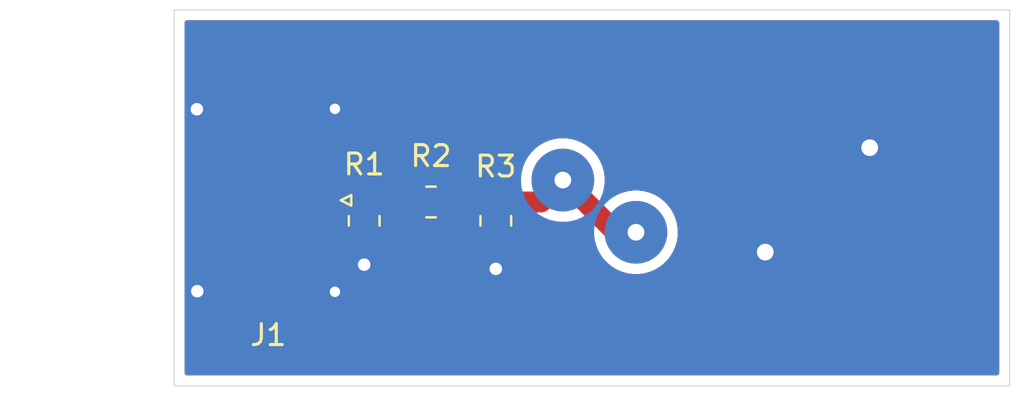
<source format=kicad_pcb>
(kicad_pcb (version 20241229) (generator "pcbnew") (generator_version "9.0")
  (layers (0 "F.Cu" signal) (4 "In1.Cu" signal) (6 "In2.Cu" signal) (2 "B.Cu" signal) (13 "F.Paste" user) (15 "B.Paste" user) (5 "F.SilkS" user "F.Silkscreen") (7 "B.SilkS" user "B.Silkscreen") (1 "F.Mask" user) (3 "B.Mask" user) (25 "Edge.Cuts" user))
  (net 0 "")
  (net 1 "GND")
  (net 2 "Net-(J1-In)")
  (net 3 "Net-(L1-Pad1)")
  (footprint "Connector_Coaxial:SMA_Molex_73251-1153_EdgeMount_Horizontal" (layer "F.Cu") (at 105.78 70.72)
    (property "Reference" "J1" (at -1.47 6.45 0) (layer "F.SilkS"))
    (property "Value" "Conn_Coaxial")
    (fp_line (start 2 0) (end 2.5 -0.25) (stroke (width 0.12)) (layer "F.SilkS"))
    (fp_line (start 2.5 -0.25) (end 2.5 0.25) (stroke (width 0.12)) (layer "F.SilkS"))
    (fp_line (start 2.5 0.25) (end 2 0) (stroke (width 0.12)) (layer "F.SilkS"))
    (pad "1" smd rect (at -1.72 0) (size 5.08 2.29) (layers "F.Cu" "F.Mask" "F.Paste") (net 2 "Net-(J1-In)"))
    (pad "2" smd rect (at -1.72 -4.38) (size 5.08 2.42) (layers "F.Cu" "F.Mask" "F.Paste") (net 1 "GND"))
    (pad "2" smd rect (at -1.72 -4.38) (size 5.08 2.42) (layers "B.Cu" "B.Mask" "B.Paste") (net 1 "GND"))
    (pad "2" smd rect (at -1.72 4.38) (size 5.08 2.42) (layers "F.Cu" "F.Mask" "F.Paste") (net 1 "GND"))
    (pad "2" smd rect (at -1.72 4.38) (size 5.08 2.42) (layers "B.Cu" "B.Mask" "B.Paste") (net 1 "GND"))
    (pad "2" smd rect (at 1.27 -4.38) (size 0.95 0.46) (layers "F.Cu") (net 1 "GND"))
    (pad "2" smd rect (at 1.27 -4.38) (size 0.95 0.46) (layers "B.Cu") (net 1 "GND"))
    (pad "2" smd rect (at 1.27 4.38) (size 0.95 0.46) (layers "F.Cu") (net 1 "GND"))
    (pad "2" smd rect (at 1.27 4.38) (size 0.95 0.46) (layers "B.Cu") (net 1 "GND"))
    (pad "2" thru_hole circle (at 1.72 -4.38) (size 1 1) (drill 0.5) (layers "*.Cu") (net 1 "GND"))
    (pad "2" thru_hole circle (at 1.72 4.38) (size 1 1) (drill 0.5) (layers "*.Cu") (net 1 "GND"))
  )
  (footprint "Resistor_SMD:R_0805_2012Metric" (layer "F.Cu") (at 112.1 70.8)
    (property "Reference" "R2" (at 0 -2.2 0) (layer "F.SilkS"))
    (property "Value" "37.35")
    (fp_line (start -0.227064 -0.735) (end 0.227064 -0.735) (stroke (width 0.12)) (layer "F.SilkS"))
    (fp_line (start -0.227064 0.735) (end 0.227064 0.735) (stroke (width 0.12)) (layer "F.SilkS"))
    (pad "1" smd roundrect (at -0.9125 0) (size 1.025 1.4) (layers "F.Cu" "F.Mask" "F.Paste") (roundrect_rratio 0.243902) (net 2 "Net-(J1-In)"))
    (pad "2" smd roundrect (at 0.9125 0) (size 1.025 1.4) (layers "F.Cu" "F.Mask" "F.Paste") (roundrect_rratio 0.243902) (net 3 "Net-(L1-Pad1)"))
  )
  (footprint "Inductor_THT:L_Radial_D6.0mm_P4.00mm" (layer "F.Cu") (at 120.41 72.75 90)
    (property "Reference" "L1" (hide yes))
    (property "Value" "5nH")
    (pad "1" thru_hole circle (at 0.5 1.5 90) (size 3 3) (drill 0.8) (layers "*.Cu" "*.Mask") (net 3 "Net-(L1-Pad1)"))
    (pad "2" thru_hole circle (at 3 -2 90) (size 3 3) (drill 0.8) (layers "*.Cu" "*.Mask") (net 3 "Net-(L1-Pad1)"))
  )
  (footprint "Resistor_SMD:R_0805_2012Metric" (layer "F.Cu") (at 115.2 71.7 -90)
    (property "Reference" "R3" (at -2.6 0 180) (layer "F.SilkS"))
    (property "Value" "150.48")
    (fp_line (start -0.227064 0.735) (end 0.227064 0.735) (stroke (width 0.12)) (layer "F.SilkS"))
    (fp_line (start -0.227064 -0.735) (end 0.227064 -0.735) (stroke (width 0.12)) (layer "F.SilkS"))
    (pad "1" smd roundrect (at -0.9125 0 270) (size 1.025 1.4) (layers "F.Cu" "F.Mask" "F.Paste") (roundrect_rratio 0.243902) (net 3 "Net-(L1-Pad1)"))
    (pad "2" smd roundrect (at 0.9125 0 270) (size 1.025 1.4) (layers "F.Cu" "F.Mask" "F.Paste") (roundrect_rratio 0.243902) (net 1 "GND"))
  )
  (footprint "Resistor_SMD:R_0805_2012Metric" (layer "F.Cu") (at 108.9 71.7 -90)
    (property "Reference" "R1" (at -2.7 0 180) (layer "F.SilkS"))
    (property "Value" "150.48")
    (fp_line (start -0.227064 0.735) (end 0.227064 0.735) (stroke (width 0.12)) (layer "F.SilkS"))
    (fp_line (start -0.227064 -0.735) (end 0.227064 -0.735) (stroke (width 0.12)) (layer "F.SilkS"))
    (pad "1" smd roundrect (at -0.9125 0 270) (size 1.025 1.4) (layers "F.Cu" "F.Mask" "F.Paste") (roundrect_rratio 0.243902) (net 2 "Net-(J1-In)"))
    (pad "2" smd roundrect (at 0.9125 0 270) (size 1.025 1.4) (layers "F.Cu" "F.Mask" "F.Paste") (roundrect_rratio 0.243902) (net 1 "GND"))
  )
  (footprint "Inductor_THT:L_Radial_D12.0mm_P10.00mm_Neosid_SD12k_style1" (layer "F.Cu") (at 130.6 75.7 90)
    (property "Reference" "L2" (hide yes))
    (property "Value" "10nH")
    (pad "1" thru_hole circle (at 2.5 -2.5 90) (size 3 3) (drill 0.8) (layers "*.Cu" "*.Mask") (net 1 "GND"))
    (pad "2" thru_hole circle (at 7.5 2.5 90) (size 3 3) (drill 0.8) (layers "*.Cu" "*.Mask") (net 1 "GND"))
  )
  (gr_rect (start 99.8 61.6) (end 139.8 79.6) (stroke (width 0.05)) (fill no) (layer "Edge.Cuts"))
  (via (at 108.9 73.8) (size 1) (drill 0.6) (layers "F.Cu" "B.Cu") (net 1))
  (via (at 115.2 74) (size 1) (drill 0.6) (layers "F.Cu" "B.Cu") (net 1))
  (via (at 100.89 66.36) (size 1) (drill 0.6) (layers "F.Cu" "B.Cu") (net 1))
  (via (at 100.91 75.07) (size 1) (drill 0.6) (layers "F.Cu" "B.Cu") (net 1))
  (segment (start 108.9 70.7875) (end 111.175 70.7875) (width 1) (layer "F.Cu") (net 2))
  (segment (start 111.175 70.7875) (end 111.1875 70.8) (width 1) (layer "F.Cu") (net 2))
  (segment (start 104.1275 70.7875) (end 108.9 70.7875) (width 1) (layer "F.Cu") (net 2))
  (segment (start 104.06 70.72) (end 104.1275 70.7875) (width 1) (layer "F.Cu") (net 2))
  (segment (start 120.95 72.25) (end 121.91 72.25) (width 1) (layer "F.Cu") (net 3))
  (segment (start 118.41 69.75) (end 118.45 69.75) (width 1) (layer "F.Cu") (net 3))
  (segment (start 117.36 70.8) (end 118.41 69.75) (width 1) (layer "F.Cu") (net 3))
  (segment (start 118.45 69.75) (end 120.95 72.25) (width 1) (layer "F.Cu") (net 3))
  (segment (start 113.0125 70.8) (end 117.36 70.8) (width 1) (layer "F.Cu") (net 3))
  (zone (net 1) (net_name "GND") (layers "F.Cu" "B.Cu" "In1.Cu" "In2.Cu") (connect_pads yes (clearance 0.5)) (min_thickness 0.25) (fill yes (thermal_gap 0.5) (thermal_bridge_width 0.5))
    (polygon (pts (xy 99.07 61.13) (xy 140.44 61.13) (xy 140.49 61.18) (xy 140.49 80.3) (xy 140.5 80.3) (xy 99.07 80.34)))
  )
)
</source>
